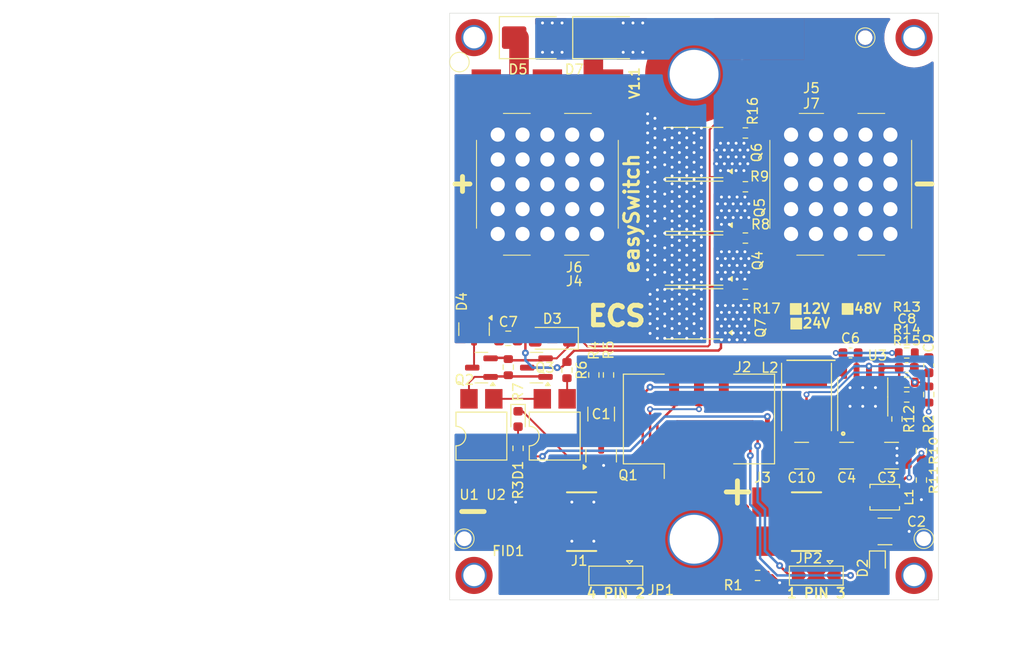
<source format=kicad_pcb>
(kicad_pcb
	(version 20240108)
	(generator "pcbnew")
	(generator_version "8.0")
	(general
		(thickness 1.6)
		(legacy_teardrops no)
	)
	(paper "A4")
	(layers
		(0 "F.Cu" signal)
		(31 "B.Cu" signal)
		(32 "B.Adhes" user "B.Adhesive")
		(33 "F.Adhes" user "F.Adhesive")
		(34 "B.Paste" user)
		(35 "F.Paste" user)
		(36 "B.SilkS" user "B.Silkscreen")
		(37 "F.SilkS" user "F.Silkscreen")
		(38 "B.Mask" user)
		(39 "F.Mask" user)
		(40 "Dwgs.User" user "User.Drawings")
		(41 "Cmts.User" user "User.Comments")
		(42 "Eco1.User" user "User.Eco1")
		(43 "Eco2.User" user "User.Eco2")
		(44 "Edge.Cuts" user)
		(45 "Margin" user)
		(46 "B.CrtYd" user "B.Courtyard")
		(47 "F.CrtYd" user "F.Courtyard")
		(48 "B.Fab" user)
		(49 "F.Fab" user)
		(50 "User.1" user)
		(51 "User.2" user)
		(52 "User.3" user)
		(53 "User.4" user)
		(54 "User.5" user)
		(55 "User.6" user)
		(56 "User.7" user)
		(57 "User.8" user)
		(58 "User.9" user)
	)
	(setup
		(pad_to_mask_clearance 0)
		(allow_soldermask_bridges_in_footprints no)
		(pcbplotparams
			(layerselection 0x00010fc_ffffffff)
			(plot_on_all_layers_selection 0x0000000_00000000)
			(disableapertmacros no)
			(usegerberextensions no)
			(usegerberattributes yes)
			(usegerberadvancedattributes yes)
			(creategerberjobfile yes)
			(dashed_line_dash_ratio 12.000000)
			(dashed_line_gap_ratio 3.000000)
			(svgprecision 4)
			(plotframeref no)
			(viasonmask no)
			(mode 1)
			(useauxorigin no)
			(hpglpennumber 1)
			(hpglpenspeed 20)
			(hpglpendiameter 15.000000)
			(pdf_front_fp_property_popups yes)
			(pdf_back_fp_property_popups yes)
			(dxfpolygonmode yes)
			(dxfimperialunits yes)
			(dxfusepcbnewfont yes)
			(psnegative no)
			(psa4output no)
			(plotreference yes)
			(plotvalue yes)
			(plotfptext yes)
			(plotinvisibletext no)
			(sketchpadsonfab no)
			(subtractmaskfromsilk no)
			(outputformat 1)
			(mirror no)
			(drillshape 1)
			(scaleselection 1)
			(outputdirectory "")
		)
	)
	(net 0 "")
	(net 1 "Net-(D2-K)")
	(net 2 "Net-(U1-Pad3)")
	(net 3 "Net-(U1-Pad2)")
	(net 4 "GND")
	(net 5 "VCC")
	(net 6 "/pgood")
	(net 7 "Net-(Q1-C)")
	(net 8 "Net-(C1-Pad1)")
	(net 9 "Net-(U3-VIN)")
	(net 10 "Net-(U3-BST)")
	(net 11 "Net-(U3-SW)")
	(net 12 "Net-(D4-K)")
	(net 13 "Net-(U3-FB)")
	(net 14 "Net-(C8-Pad1)")
	(net 15 "Net-(D1-K)")
	(net 16 "Net-(D1-A)")
	(net 17 "Net-(D2-A)")
	(net 18 "Net-(J2-Pin_5)")
	(net 19 "Net-(J2-Pin_4)")
	(net 20 "Net-(J2-Pin_3)")
	(net 21 "unconnected-(J2-Pin_6-Pad6)")
	(net 22 "Net-(J2-Pin_1)")
	(net 23 "Net-(J2-Pin_2)")
	(net 24 "Net-(Q2-B)")
	(net 25 "Net-(Q4-G)")
	(net 26 "Net-(Q5-G)")
	(net 27 "Net-(Q6-G)")
	(net 28 "Net-(R6-Pad1)")
	(net 29 "Net-(U3-EN{slash}UVLO)")
	(net 30 "Net-(U3-RON)")
	(net 31 "unconnected-(D4-NC-Pad2)")
	(net 32 "unconnected-(H1-Pad1)")
	(net 33 "/sw-")
	(net 34 "/sw+")
	(net 35 "/G")
	(net 36 "Net-(Q7-G)")
	(net 37 "unconnected-(H2-Pad1)")
	(net 38 "unconnected-(H3-Pad1)")
	(net 39 "unconnected-(H4-Pad1)")
	(net 40 "unconnected-(H5-Pad1)")
	(net 41 "unconnected-(H6-Pad1)")
	(net 42 "unconnected-(H1-Pad1)_1")
	(net 43 "unconnected-(H2-Pad1)_1")
	(net 44 "unconnected-(H3-Pad1)_1")
	(net 45 "unconnected-(H4-Pad1)_1")
	(net 46 "unconnected-(H5-Pad1)_1")
	(net 47 "unconnected-(H6-Pad1)_1")
	(footprint "myWürthSHFU:WP-SHFU_7461098_HAL" (layer "F.Cu") (at 110 57.5))
	(footprint "Resistor_SMD:R_0603_1608Metric" (layer "F.Cu") (at 146.75 74.75))
	(footprint "myBOM:BOM_PART" (layer "F.Cu") (at 82 54))
	(footprint "Resistor_SMD:R_0603_1608Metric" (layer "F.Cu") (at 146.75 77.75 180))
	(footprint "Jumper:SolderJumper-3_P2.0mm_Open_TrianglePad1.0x1.5mm" (layer "F.Cu") (at 137.5 97.5 180))
	(footprint "Package_DIP:SMDIP-4_W7.62mm" (layer "F.Cu") (at 110.75 83.25 90))
	(footprint "Capacitor_SMD:C_1210_3225Metric" (layer "F.Cu") (at 145.2 85.25))
	(footprint "MountingHole:MountingHole_2.2mm_M2_DIN965_Pad_TopOnly" (layer "F.Cu") (at 102.5 97.5))
	(footprint "Resistor_SMD:R_0603_1608Metric" (layer "F.Cu") (at 116.25 77 -90))
	(footprint "myHoles:printer_mounting_holes_1mm" (layer "F.Cu") (at 148.5 93.75))
	(footprint "Package_SO:PowerPAK_SO-8_Single" (layer "F.Cu") (at 125 70.75 180))
	(footprint "Resistor_SMD:R_0603_1608Metric" (layer "F.Cu") (at 107 84.5 90))
	(footprint "Resistor_SMD:R_0603_1608Metric" (layer "F.Cu") (at 112 76.5 90))
	(footprint "Package_TO_SOT_SMD:SOT-23" (layer "F.Cu") (at 103.25 76.25 180))
	(footprint "Resistor_SMD:R_0603_1608Metric" (layer "F.Cu") (at 130.25 63))
	(footprint "Resistor_SMD:R_0603_1608Metric" (layer "F.Cu") (at 130.25 57.75))
	(footprint "Diode_SMD:D_SMB" (layer "F.Cu") (at 108.75 42.5))
	(footprint "Capacitor_SMD:C_1210_3225Metric" (layer "F.Cu") (at 140.6 85.25 180))
	(footprint "LED_SMD:LED_0603_1608Metric" (layer "F.Cu") (at 107 81.5 -90))
	(footprint "myHoles:printer_mounting_holes_1mm" (layer "F.Cu") (at 101.5 93.75))
	(footprint "Package_SO:PowerPAK_SO-8_Single" (layer "F.Cu") (at 125 54.25 180))
	(footprint "myChineseConnectors:14580S0M5" (layer "F.Cu") (at 140 57.5 -90))
	(footprint "Resistor_SMD:R_0603_1608Metric" (layer "F.Cu") (at 114.75 77 -90))
	(footprint "Resistor_SMD:R_0603_1608Metric" (layer "F.Cu") (at 106 76.2 -90))
	(footprint "myChineseConnectors:14580S0M5" (layer "F.Cu") (at 110 57.5 90))
	(footprint "Connector_IDC:IDC-Header_2x03_P2.54mm_Vertical_SMD" (layer "F.Cu") (at 125.5 81.5 90))
	(footprint "Capacitor_SMD:C_0805_2012Metric" (layer "F.Cu") (at 106 73.25))
	(footprint "Package_TO_SOT_SMD:SOT-23" (layer "F.Cu") (at 108.875 76.25 180))
	(footprint "Resistor_SMD:R_0603_1608Metric" (layer "F.Cu") (at 148.25 87.75 -90))
	(footprint "Jumper:SolderJumper-3_P2.0mm_Open_TrianglePad1.0x1.5mm" (layer "F.Cu") (at 117 97.5 180))
	(footprint "Capacitor_SMD:C_0603_1608Metric" (layer "F.Cu") (at 149 76 -90))
	(footprint "Package_SO:PowerPAK_SO-8_Single"
		(layer "F.Cu")
		(uuid "7f98b255-3a5d-486f-9851-c1d762762b9b")
		(at 125 65.25 180)
		(descr "PowerPAK SO-8 Single (https://www.vishay.com/docs/71655/powerpak.pdf, https://www.vishay.com/docs/72599/72599.pdf)")
		(tags "PowerPAK SO-8 Single")
		(property "Reference" "Q4"
			(at -6.5 -0.05 90)
			(layer "F.SilkS")
			(uuid "bb7c8050-9541-412f-a021-6055cb5f3eaf")
			(effects
				(font
					(size 1 1)
					(thickness 0.15)
				)
			)
		)
		(property "Value" "SIR500DP"
			(at 0 3.5 0)
			(layer "F.Fab")
			(uuid "d65774ec-46e1-468b-849f-0e3e95ad7e18")
			(effects
				(font
					(size 1 1)
					(thickness 0.15)
				)
			)
		)
		(property "Footprint" "Package_SO:PowerPAK_SO-8_Single"
			(at 0 0 180)
			(unlocked yes)
			(layer "F.Fab")
			(hide yes)
			(uuid "0d66a38b-9e44-4230-80c7-ea5282ccf4a7")
			(effects
				(font
					(size 1.27 1.27)
					(thickness 0.15)
				)
			)
		)
		(property "Datasheet" "https://www.vishay.com/docs/66840/sir500dp.pdf"
			(at 0 0 180)
			(unlocked yes)
			(layer "F.Fab")
			(hide yes)
			(uuid "9c43d3f6-83d0-4e69-885a-63a02dd75167")
			(effects
				(font
					(size 1.27 1.27)
					(thickness 0.15)
				)
			)
		)
		(property "Description" "SIR500DP-T1-RE3  MOSFET N-CH 30V Vds +16V/-12V Vgs 85,9A (Ta) PowerPAK-SO-8 SMD"
			(at 0 0 180)
			(unlocked yes)
			(layer "F.Fab")
			(hide yes)
			(uuid "f1ddb14f-a94b-4bc3-8c29-dc5bb69846b8")
			(effects
				(font
					(size 1.27 1.27)
					(thickness 0.15)
				)
			)
		)
		(property "ECS Art#" "T157"
			(at 0 0 180)
			(unlocked yes)
			(layer "F.Fab")
			(hide yes)
			(uuid "ecbacb46-98a3-408f-a35a-01ad2a4f625a")
			(effects
				(font
					(size 1 1)
					(thickness 0.15)
				)
			)
		)
		(property "Hersteller" "VISHAY"
			(at 0 0 180)
			(unlocked yes)
			(layer "F.Fab")
			(hide yes)
			(uuid "798aaa92-47f2-4a2d-b261-19609c853311")
			(effects
				(font
					(size 1 1)
					(thickness 0.15)
				)
			)
		)
		(property "HAN" "SIR50DP"
			(at 0 0 180)
			(unlocked yes)
			(layer "F.Fab")
			(hide yes)
			(uuid "c82b76bf-4328-4398-a5d1-bf55bede7240")
			(effects
				(font
					(size 1 1)
					(thickness 0.15)
				)
			)
		)
		(property "Field-1" ""
			(at 0 0 180)
			(unlocked yes)
			(layer "F.Fab")
			(hide yes)
			(uuid "4bdcefb1-02ed-4e0e-bd99-056b7d22d676")
			(effects
				(font
					(size 1 1)
					(thickness 0.15)
				)
			)
		)
		(property ki_fp_filters "PowerPAK*SO*Single*")
		(path "/fdce2796-18a2-4e31-a0fa-85a3c94f2b5f")
		(sheetname "Stammblatt")
		(sheetfile "easySwitch.kicad_sch")
		(attr smd)
		(fp_line
			(start -2.945 2.57)
			(end 2.945 2.57)
			(stroke
				(width 0.12)
				(type solid)
			)
			(layer "F.SilkS")
			(uuid "d0171005-8d93-4ecf-a5d9-2c20c85f0d01")
		)
		(fp_line
			(start -2.945 -2.57)
			(end 2.945 -2.57)
			(stroke
				(width 0.12)
				(type solid)
			)
			(layer "F.SilkS")
			(uuid "bd50af0f-f102-41f0-8ebf-d210996a0634")
		)
		(fp_poly
			(pts
				(xy -3.575 -1.925) (xy -3.905 -2.165) (xy -3.905 -1.685) (xy -3.575 -1.925)
			)
			(stroke
				(width 0.12)
				(type solid)
			)
			(fill solid)
			(layer "F.SilkS")
			(uuid "606e87af-100b-486b-9d35-156776053611")
		)
		(fp_line
			(start 3.55 -2.75)
			(end 3.55 2.75)
			(stroke
				(width 0.05)
				(type solid)
			)
			(layer "F.CrtYd")
			(uuid "5cdbfb9d-8caf-47f1-bbf3-cf8be079d489")
		)
		(fp_line
			(start -3.55 2.75)
			(end 3.55 2.75)
			(stroke
				(width 0.05)
				(type solid)
			)
			(layer "F.CrtYd")
			(uuid "485a9174-b973-42af-a297-55dcae71bd64")
		)
		(fp_line
			(start -3.55 -2.75)
			(end 3.55 -2.75)
			(stroke
				(width 0.05)
				(type solid)
			)
			(layer "F.CrtYd")
			(uuid "6bbb398b-018f-40cf-9ff2-b71a4fdfc1ca")
		)
		(fp_line
			(start -3.55 -2.75)
			(end -3.55 2.75)
			(stroke
				(width 0.05)
				(type solid)
			)
			(layer "F.CrtYd")
			(uuid "e7b85e04-aabf-439c-be6f-93a801588d46")
		)
		(fp_line
			(start 2.945 2.45)
			(end -2.945 2.45)
			(stroke
				(width 0.1)
				(type solid)
			)
			(layer "F.Fab")
			(uuid "817042a0-2fae-48b2-8154-83cba57c422f")
		)
		(fp_line
			(start 2.945 -2.45)
			(end 2.945 2.45)
			(stroke
				(width 0.1)
				(type solid)
			)
			(layer "F.Fab")
			(uuid "754819af-5c68-467f-a0b3-a878434cad90")
		)
		(fp_line
			(start -1.945 -2.45)
			(end 2.945 -2.45)
			(stroke
				(width 0.1)
				(type solid)
			)
			(layer "F.Fab")
			(uuid "82d90e6a-1123-4a31-826b-ccfe6114a255")
		)
		(fp_line
			(start -1.945 -2.45)
			(end -2.945 -1.45)
			(stroke
				(width 0.1)
				(type solid)
			)
			(layer "F.Fab")
			(uuid "433f8be4-c144-4166-b57d-f948a5128752")
		)
		(fp_line
			(start -2.945 2.45)
			(end -2.945 -1.45)
			(stroke
				(width 0.1)
				(type solid)
			)
			(layer "F.Fab")
			(uuid "997d27da-cd35-4dc2-8ea7-3e75b9674610")
		)
		(fp_text user "${REFERENCE}"
			(at -1.31 -4 0)
			(layer "F.Fab")
			(uuid "934a82a7-b8ff-4cbb-b057-af056a3fc7d9")
			(effects
				(font
					(size 1 1)
					(thickness 0.15)
				)
			)
		)
		(pad "1" smd rect
			(at -2.67 -1.905 180)
			(size 1.27 0.61)
			(layers "F.Cu" "F.Paste" "F.Mask")
			(net 33 "/sw-")
			(pinfunction "S")
			(pintype "passive")
			(uuid "e1406b73-9301-47be-a0f7-8cf66572b9bc")
		)
		(pad "2" smd rect
			(at -2.67 -0.635 180)
			(size 1.27 0.61)
			(layers "F.Cu" "F.Paste" "F.Mask")
			(net 33 "/sw-")
			(pinfunction "S")
			(pintype "passive")
			(uuid "4fe45dc0-bdd8-44da-be30-d8b123ee633f")
		)
		(pad "3" smd rect
			(at -2.67 0.635 180)
			(size 1.27 0.61)
			(layers "F.Cu" "F.Paste" "F.Mask")
			(net 33 "/sw-")
			(pinfunction "S")
			(pintype "passive")
			(uuid "cc159c64-4ae6-
... [368743 chars truncated]
</source>
